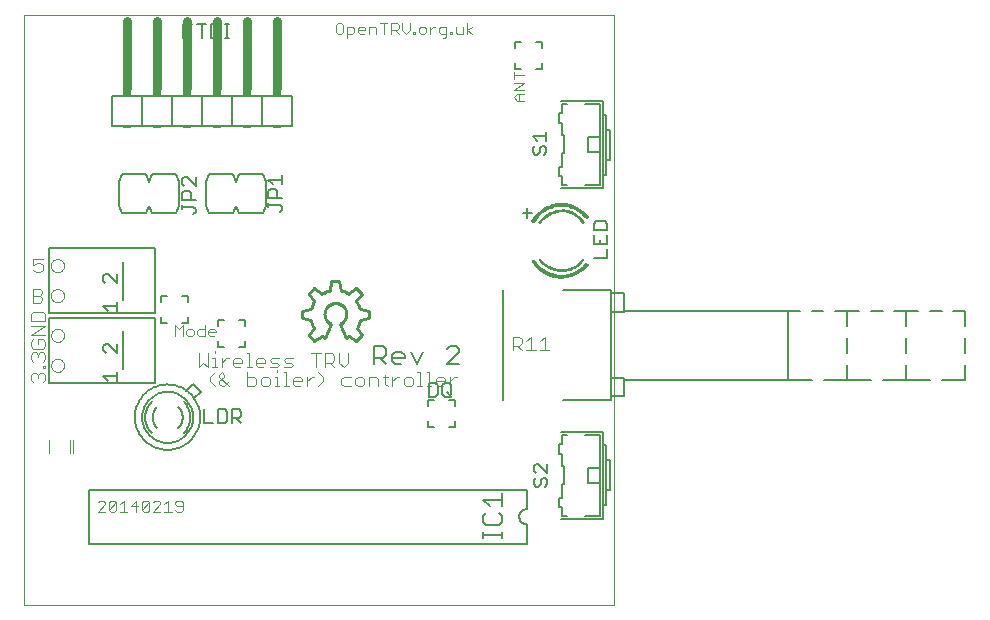
<source format=gto>
G75*
%MOIN*%
%OFA0B0*%
%FSLAX24Y24*%
%IPPOS*%
%LPD*%
%AMOC8*
5,1,8,0,0,1.08239X$1,22.5*
%
%ADD10C,0.0000*%
%ADD11C,0.0040*%
%ADD12C,0.0030*%
%ADD13C,0.0050*%
%ADD14C,0.0060*%
%ADD15C,0.0070*%
%ADD16C,0.0100*%
%ADD17C,0.0006*%
%ADD18C,0.0010*%
%ADD19C,0.0080*%
%ADD20C,0.0300*%
%ADD21R,0.0300X0.0200*%
%ADD22R,0.0300X0.0100*%
D10*
X000350Y000350D02*
X000350Y020035D01*
X020035Y020035D01*
X020035Y000350D01*
X000350Y000350D01*
X001267Y008344D02*
X001269Y008373D01*
X001275Y008401D01*
X001284Y008429D01*
X001297Y008455D01*
X001314Y008478D01*
X001333Y008500D01*
X001355Y008519D01*
X001380Y008534D01*
X001406Y008547D01*
X001434Y008555D01*
X001462Y008560D01*
X001491Y008561D01*
X001520Y008558D01*
X001548Y008551D01*
X001575Y008541D01*
X001601Y008527D01*
X001624Y008510D01*
X001645Y008490D01*
X001663Y008467D01*
X001678Y008442D01*
X001689Y008415D01*
X001697Y008387D01*
X001701Y008358D01*
X001701Y008330D01*
X001697Y008301D01*
X001689Y008273D01*
X001678Y008246D01*
X001663Y008221D01*
X001645Y008198D01*
X001624Y008178D01*
X001601Y008161D01*
X001575Y008147D01*
X001548Y008137D01*
X001520Y008130D01*
X001491Y008127D01*
X001462Y008128D01*
X001434Y008133D01*
X001406Y008141D01*
X001380Y008154D01*
X001355Y008169D01*
X001333Y008188D01*
X001314Y008210D01*
X001297Y008233D01*
X001284Y008259D01*
X001275Y008287D01*
X001269Y008315D01*
X001267Y008344D01*
X001267Y009344D02*
X001269Y009373D01*
X001275Y009401D01*
X001284Y009429D01*
X001297Y009455D01*
X001314Y009478D01*
X001333Y009500D01*
X001355Y009519D01*
X001380Y009534D01*
X001406Y009547D01*
X001434Y009555D01*
X001462Y009560D01*
X001491Y009561D01*
X001520Y009558D01*
X001548Y009551D01*
X001575Y009541D01*
X001601Y009527D01*
X001624Y009510D01*
X001645Y009490D01*
X001663Y009467D01*
X001678Y009442D01*
X001689Y009415D01*
X001697Y009387D01*
X001701Y009358D01*
X001701Y009330D01*
X001697Y009301D01*
X001689Y009273D01*
X001678Y009246D01*
X001663Y009221D01*
X001645Y009198D01*
X001624Y009178D01*
X001601Y009161D01*
X001575Y009147D01*
X001548Y009137D01*
X001520Y009130D01*
X001491Y009127D01*
X001462Y009128D01*
X001434Y009133D01*
X001406Y009141D01*
X001380Y009154D01*
X001355Y009169D01*
X001333Y009188D01*
X001314Y009210D01*
X001297Y009233D01*
X001284Y009259D01*
X001275Y009287D01*
X001269Y009315D01*
X001267Y009344D01*
X001259Y010670D02*
X001261Y010699D01*
X001267Y010727D01*
X001276Y010755D01*
X001289Y010781D01*
X001306Y010804D01*
X001325Y010826D01*
X001347Y010845D01*
X001372Y010860D01*
X001398Y010873D01*
X001426Y010881D01*
X001454Y010886D01*
X001483Y010887D01*
X001512Y010884D01*
X001540Y010877D01*
X001567Y010867D01*
X001593Y010853D01*
X001616Y010836D01*
X001637Y010816D01*
X001655Y010793D01*
X001670Y010768D01*
X001681Y010741D01*
X001689Y010713D01*
X001693Y010684D01*
X001693Y010656D01*
X001689Y010627D01*
X001681Y010599D01*
X001670Y010572D01*
X001655Y010547D01*
X001637Y010524D01*
X001616Y010504D01*
X001593Y010487D01*
X001567Y010473D01*
X001540Y010463D01*
X001512Y010456D01*
X001483Y010453D01*
X001454Y010454D01*
X001426Y010459D01*
X001398Y010467D01*
X001372Y010480D01*
X001347Y010495D01*
X001325Y010514D01*
X001306Y010536D01*
X001289Y010559D01*
X001276Y010585D01*
X001267Y010613D01*
X001261Y010641D01*
X001259Y010670D01*
X001259Y011670D02*
X001261Y011699D01*
X001267Y011727D01*
X001276Y011755D01*
X001289Y011781D01*
X001306Y011804D01*
X001325Y011826D01*
X001347Y011845D01*
X001372Y011860D01*
X001398Y011873D01*
X001426Y011881D01*
X001454Y011886D01*
X001483Y011887D01*
X001512Y011884D01*
X001540Y011877D01*
X001567Y011867D01*
X001593Y011853D01*
X001616Y011836D01*
X001637Y011816D01*
X001655Y011793D01*
X001670Y011768D01*
X001681Y011741D01*
X001689Y011713D01*
X001693Y011684D01*
X001693Y011656D01*
X001689Y011627D01*
X001681Y011599D01*
X001670Y011572D01*
X001655Y011547D01*
X001637Y011524D01*
X001616Y011504D01*
X001593Y011487D01*
X001567Y011473D01*
X001540Y011463D01*
X001512Y011456D01*
X001483Y011453D01*
X001454Y011454D01*
X001426Y011459D01*
X001398Y011467D01*
X001372Y011480D01*
X001347Y011495D01*
X001325Y011514D01*
X001306Y011536D01*
X001289Y011559D01*
X001276Y011585D01*
X001267Y011613D01*
X001261Y011641D01*
X001259Y011670D01*
D11*
X000983Y011675D02*
X000983Y011521D01*
X000906Y011444D01*
X000753Y011444D01*
X000676Y011521D01*
X000676Y011675D02*
X000829Y011751D01*
X000906Y011751D01*
X000983Y011675D01*
X000983Y011905D02*
X000676Y011905D01*
X000676Y011675D01*
X000653Y010894D02*
X000884Y010894D01*
X000960Y010818D01*
X000960Y010741D01*
X000884Y010664D01*
X000653Y010664D01*
X000653Y010434D02*
X000884Y010434D01*
X000960Y010511D01*
X000960Y010588D01*
X000884Y010664D01*
X000653Y010434D02*
X000653Y010894D01*
X000678Y010131D02*
X000601Y010054D01*
X000601Y009824D01*
X001062Y009824D01*
X001062Y010054D01*
X000985Y010131D01*
X000678Y010131D01*
X000601Y009671D02*
X001062Y009671D01*
X000601Y009364D01*
X001062Y009364D01*
X000985Y009210D02*
X000832Y009210D01*
X000832Y009057D01*
X000985Y009210D02*
X001062Y009133D01*
X001062Y008980D01*
X000985Y008903D01*
X000678Y008903D01*
X000601Y008980D01*
X000601Y009133D01*
X000678Y009210D01*
X000676Y008779D02*
X000753Y008779D01*
X000829Y008703D01*
X000906Y008779D01*
X000983Y008779D01*
X001060Y008703D01*
X001060Y008549D01*
X000983Y008472D01*
X000983Y008319D02*
X001060Y008319D01*
X001060Y008242D01*
X000983Y008242D01*
X000983Y008319D01*
X000983Y008089D02*
X000906Y008089D01*
X000829Y008012D01*
X000829Y007935D01*
X000829Y008012D02*
X000753Y008089D01*
X000676Y008089D01*
X000599Y008012D01*
X000599Y007859D01*
X000676Y007782D01*
X000983Y007782D02*
X001060Y007859D01*
X001060Y008012D01*
X000983Y008089D01*
X000676Y008472D02*
X000599Y008549D01*
X000599Y008703D01*
X000676Y008779D01*
X000829Y008703D02*
X000829Y008626D01*
X001188Y005844D02*
X001188Y005411D01*
X001888Y005411D02*
X001888Y005844D01*
X001988Y005844D02*
X001988Y005411D01*
X006184Y008284D02*
X006337Y008437D01*
X006491Y008284D01*
X006491Y008744D01*
X006644Y008591D02*
X006721Y008591D01*
X006721Y008284D01*
X006644Y008284D02*
X006798Y008284D01*
X006951Y008284D02*
X006951Y008591D01*
X006951Y008437D02*
X007105Y008591D01*
X007181Y008591D01*
X007335Y008514D02*
X007412Y008591D01*
X007565Y008591D01*
X007642Y008514D01*
X007642Y008437D01*
X007335Y008437D01*
X007335Y008361D02*
X007335Y008514D01*
X007335Y008361D02*
X007412Y008284D01*
X007565Y008284D01*
X007795Y008284D02*
X007949Y008284D01*
X007872Y008284D02*
X007872Y008744D01*
X007795Y008744D01*
X008102Y008514D02*
X008179Y008591D01*
X008332Y008591D01*
X008409Y008514D01*
X008409Y008437D01*
X008102Y008437D01*
X008102Y008361D02*
X008102Y008514D01*
X008102Y008361D02*
X008179Y008284D01*
X008332Y008284D01*
X008562Y008284D02*
X008793Y008284D01*
X008869Y008361D01*
X008793Y008437D01*
X008639Y008437D01*
X008562Y008514D01*
X008639Y008591D01*
X008869Y008591D01*
X009023Y008514D02*
X009100Y008591D01*
X009330Y008591D01*
X009253Y008437D02*
X009100Y008437D01*
X009023Y008514D01*
X009023Y008284D02*
X009253Y008284D01*
X009330Y008361D01*
X009253Y008437D01*
X009105Y008115D02*
X009105Y007654D01*
X009028Y007654D02*
X009182Y007654D01*
X009335Y007731D02*
X009335Y007885D01*
X009412Y007961D01*
X009565Y007961D01*
X009642Y007885D01*
X009642Y007808D01*
X009335Y007808D01*
X009335Y007731D02*
X009412Y007654D01*
X009565Y007654D01*
X009795Y007654D02*
X009795Y007961D01*
X009795Y007808D02*
X009949Y007961D01*
X010026Y007961D01*
X010179Y008115D02*
X010333Y007961D01*
X010333Y007808D01*
X010179Y007654D01*
X010097Y008284D02*
X010097Y008744D01*
X009944Y008744D02*
X010251Y008744D01*
X010404Y008744D02*
X010634Y008744D01*
X010711Y008668D01*
X010711Y008514D01*
X010634Y008437D01*
X010404Y008437D01*
X010404Y008284D02*
X010404Y008744D01*
X010558Y008437D02*
X010711Y008284D01*
X010864Y008437D02*
X011018Y008284D01*
X011171Y008437D01*
X011171Y008744D01*
X010864Y008744D02*
X010864Y008437D01*
X011023Y007961D02*
X010946Y007885D01*
X010946Y007731D01*
X011023Y007654D01*
X011253Y007654D01*
X011407Y007731D02*
X011483Y007654D01*
X011637Y007654D01*
X011714Y007731D01*
X011714Y007885D01*
X011637Y007961D01*
X011483Y007961D01*
X011407Y007885D01*
X011407Y007731D01*
X011253Y007961D02*
X011023Y007961D01*
X011867Y007961D02*
X011867Y007654D01*
X012174Y007654D02*
X012174Y007885D01*
X012097Y007961D01*
X011867Y007961D01*
X012328Y007961D02*
X012481Y007961D01*
X012404Y008038D02*
X012404Y007731D01*
X012481Y007654D01*
X012634Y007654D02*
X012634Y007961D01*
X012634Y007808D02*
X012788Y007961D01*
X012865Y007961D01*
X013018Y007885D02*
X013018Y007731D01*
X013095Y007654D01*
X013248Y007654D01*
X013325Y007731D01*
X013325Y007885D01*
X013248Y007961D01*
X013095Y007961D01*
X013018Y007885D01*
X013479Y008115D02*
X013555Y008115D01*
X013555Y007654D01*
X013479Y007654D02*
X013632Y007654D01*
X013785Y007654D02*
X013939Y007654D01*
X013862Y007654D02*
X013862Y008115D01*
X013785Y008115D01*
X014092Y007885D02*
X014169Y007961D01*
X014323Y007961D01*
X014399Y007885D01*
X014399Y007808D01*
X014092Y007808D01*
X014092Y007731D02*
X014092Y007885D01*
X014092Y007731D02*
X014169Y007654D01*
X014323Y007654D01*
X014553Y007654D02*
X014553Y007961D01*
X014553Y007808D02*
X014706Y007961D01*
X014783Y007961D01*
X016648Y008844D02*
X016648Y009305D01*
X016878Y009305D01*
X016955Y009228D01*
X016955Y009075D01*
X016878Y008998D01*
X016648Y008998D01*
X016801Y008998D02*
X016955Y008844D01*
X017108Y008844D02*
X017415Y008844D01*
X017262Y008844D02*
X017262Y009305D01*
X017108Y009151D01*
X017569Y009151D02*
X017722Y009305D01*
X017722Y008844D01*
X017569Y008844D02*
X017876Y008844D01*
X009105Y008115D02*
X009028Y008115D01*
X008798Y008115D02*
X008798Y008192D01*
X008798Y007961D02*
X008798Y007654D01*
X008721Y007654D02*
X008875Y007654D01*
X008568Y007731D02*
X008568Y007885D01*
X008491Y007961D01*
X008337Y007961D01*
X008261Y007885D01*
X008261Y007731D01*
X008337Y007654D01*
X008491Y007654D01*
X008568Y007731D01*
X008107Y007731D02*
X008107Y007885D01*
X008031Y007961D01*
X007800Y007961D01*
X007800Y008115D02*
X007800Y007654D01*
X008031Y007654D01*
X008107Y007731D01*
X008721Y007961D02*
X008798Y007961D01*
X007186Y007808D02*
X007033Y007654D01*
X006956Y007654D01*
X006880Y007731D01*
X006880Y007808D01*
X007033Y007961D01*
X007033Y008038D01*
X006956Y008115D01*
X006880Y008038D01*
X006880Y007961D01*
X007186Y007654D01*
X006726Y007654D02*
X006573Y007808D01*
X006573Y007961D01*
X006726Y008115D01*
X006184Y008284D02*
X006184Y008744D01*
X006721Y008744D02*
X006721Y008821D01*
X016689Y017285D02*
X016807Y017403D01*
X017043Y017403D01*
X017043Y017529D02*
X016689Y017529D01*
X017043Y017765D01*
X016689Y017765D01*
X016689Y017892D02*
X016689Y018128D01*
X016689Y018010D02*
X017043Y018010D01*
X016866Y017403D02*
X016866Y017167D01*
X016807Y017167D02*
X016689Y017285D01*
X016807Y017167D02*
X017043Y017167D01*
D12*
X014444Y019331D02*
X014444Y019640D01*
X014258Y019640D01*
X014197Y019578D01*
X014197Y019454D01*
X014258Y019393D01*
X014444Y019393D01*
X014444Y019331D02*
X014382Y019269D01*
X014320Y019269D01*
X014565Y019393D02*
X014627Y019393D01*
X014627Y019454D01*
X014565Y019454D01*
X014565Y019393D01*
X014749Y019454D02*
X014749Y019640D01*
X014749Y019454D02*
X014811Y019393D01*
X014996Y019393D01*
X014996Y019640D01*
X015118Y019763D02*
X015118Y019393D01*
X015118Y019516D02*
X015303Y019640D01*
X015118Y019516D02*
X015303Y019393D01*
X014075Y019640D02*
X014013Y019640D01*
X013890Y019516D01*
X013890Y019393D02*
X013890Y019640D01*
X013768Y019578D02*
X013707Y019640D01*
X013583Y019640D01*
X013522Y019578D01*
X013522Y019454D01*
X013583Y019393D01*
X013707Y019393D01*
X013768Y019454D01*
X013768Y019578D01*
X013399Y019454D02*
X013399Y019393D01*
X013337Y019393D01*
X013337Y019454D01*
X013399Y019454D01*
X013216Y019516D02*
X013216Y019763D01*
X013216Y019516D02*
X013092Y019393D01*
X012969Y019516D01*
X012969Y019763D01*
X012848Y019701D02*
X012848Y019578D01*
X012786Y019516D01*
X012601Y019516D01*
X012724Y019516D02*
X012848Y019393D01*
X012601Y019393D02*
X012601Y019763D01*
X012786Y019763D01*
X012848Y019701D01*
X012479Y019763D02*
X012232Y019763D01*
X012356Y019763D02*
X012356Y019393D01*
X012111Y019393D02*
X012111Y019578D01*
X012049Y019640D01*
X011864Y019640D01*
X011864Y019393D01*
X011743Y019516D02*
X011496Y019516D01*
X011496Y019454D02*
X011496Y019578D01*
X011557Y019640D01*
X011681Y019640D01*
X011743Y019578D01*
X011743Y019516D01*
X011681Y019393D02*
X011557Y019393D01*
X011496Y019454D01*
X011374Y019454D02*
X011313Y019393D01*
X011127Y019393D01*
X011127Y019269D02*
X011127Y019640D01*
X011313Y019640D01*
X011374Y019578D01*
X011374Y019454D01*
X011006Y019454D02*
X011006Y019701D01*
X010944Y019763D01*
X010821Y019763D01*
X010759Y019701D01*
X010759Y019454D01*
X010821Y019393D01*
X010944Y019393D01*
X011006Y019454D01*
X006387Y009688D02*
X006387Y009317D01*
X006202Y009317D01*
X006140Y009379D01*
X006140Y009503D01*
X006202Y009564D01*
X006387Y009564D01*
X006508Y009503D02*
X006570Y009564D01*
X006693Y009564D01*
X006755Y009503D01*
X006755Y009441D01*
X006508Y009441D01*
X006508Y009379D02*
X006508Y009503D01*
X006508Y009379D02*
X006570Y009317D01*
X006693Y009317D01*
X006018Y009379D02*
X006018Y009503D01*
X005957Y009564D01*
X005833Y009564D01*
X005771Y009503D01*
X005771Y009379D01*
X005833Y009317D01*
X005957Y009317D01*
X006018Y009379D01*
X005650Y009317D02*
X005650Y009688D01*
X005527Y009564D01*
X005403Y009688D01*
X005403Y009317D01*
X005464Y003837D02*
X005403Y003775D01*
X005403Y003713D01*
X005464Y003652D01*
X005649Y003652D01*
X005649Y003775D02*
X005649Y003528D01*
X005588Y003466D01*
X005464Y003466D01*
X005403Y003528D01*
X005281Y003466D02*
X005034Y003466D01*
X004913Y003466D02*
X004666Y003466D01*
X004913Y003713D01*
X004913Y003775D01*
X004851Y003837D01*
X004728Y003837D01*
X004666Y003775D01*
X004545Y003775D02*
X004298Y003528D01*
X004359Y003466D01*
X004483Y003466D01*
X004545Y003528D01*
X004545Y003775D01*
X004483Y003837D01*
X004359Y003837D01*
X004298Y003775D01*
X004298Y003528D01*
X004176Y003652D02*
X003929Y003652D01*
X004114Y003837D01*
X004114Y003466D01*
X003808Y003466D02*
X003561Y003466D01*
X003684Y003466D02*
X003684Y003837D01*
X003561Y003713D01*
X003440Y003775D02*
X003193Y003528D01*
X003254Y003466D01*
X003378Y003466D01*
X003440Y003528D01*
X003440Y003775D01*
X003378Y003837D01*
X003254Y003837D01*
X003193Y003775D01*
X003193Y003528D01*
X003071Y003466D02*
X002824Y003466D01*
X003071Y003713D01*
X003071Y003775D01*
X003010Y003837D01*
X002886Y003837D01*
X002824Y003775D01*
X005034Y003713D02*
X005158Y003837D01*
X005158Y003466D01*
X005464Y003837D02*
X005588Y003837D01*
X005649Y003775D01*
D13*
X006370Y006428D02*
X006670Y006428D01*
X006830Y006428D02*
X007055Y006428D01*
X007130Y006503D01*
X007130Y006803D01*
X007055Y006878D01*
X006830Y006878D01*
X006830Y006428D01*
X007291Y006428D02*
X007291Y006878D01*
X007516Y006878D01*
X007591Y006803D01*
X007591Y006653D01*
X007516Y006578D01*
X007291Y006578D01*
X007441Y006578D02*
X007591Y006428D01*
X006370Y006428D02*
X006370Y006878D01*
X003459Y007835D02*
X003459Y008135D01*
X003459Y007985D02*
X003009Y007985D01*
X003159Y007835D01*
X003084Y008769D02*
X003009Y008844D01*
X003009Y008994D01*
X003084Y009069D01*
X003159Y009069D01*
X003459Y008769D01*
X003459Y009069D01*
X003451Y010161D02*
X003451Y010461D01*
X003451Y010311D02*
X003001Y010311D01*
X003151Y010161D01*
X003076Y011095D02*
X003001Y011170D01*
X003001Y011321D01*
X003076Y011396D01*
X003151Y011396D01*
X003451Y011095D01*
X003451Y011396D01*
X006013Y013398D02*
X006088Y013473D01*
X006088Y013548D01*
X006013Y013623D01*
X005637Y013623D01*
X005637Y013548D02*
X005637Y013698D01*
X005637Y013859D02*
X005637Y014084D01*
X005712Y014159D01*
X005863Y014159D01*
X005938Y014084D01*
X005938Y013859D01*
X006088Y013859D02*
X005637Y013859D01*
X005712Y014319D02*
X005637Y014394D01*
X005637Y014544D01*
X005712Y014619D01*
X005788Y014619D01*
X006088Y014319D01*
X006088Y014619D01*
X008508Y014532D02*
X008958Y014532D01*
X008958Y014382D02*
X008958Y014682D01*
X008658Y014382D02*
X008508Y014532D01*
X008583Y014222D02*
X008733Y014222D01*
X008808Y014147D01*
X008808Y013922D01*
X008958Y013922D02*
X008508Y013922D01*
X008508Y014147D01*
X008583Y014222D01*
X008508Y013762D02*
X008508Y013612D01*
X008508Y013687D02*
X008883Y013687D01*
X008958Y013612D01*
X008958Y013536D01*
X008883Y013461D01*
X012034Y009001D02*
X012340Y009001D01*
X012441Y008899D01*
X012441Y008695D01*
X012340Y008594D01*
X012034Y008594D01*
X012238Y008594D02*
X012441Y008390D01*
X012642Y008492D02*
X012642Y008695D01*
X012744Y008797D01*
X012947Y008797D01*
X013049Y008695D01*
X013049Y008594D01*
X012642Y008594D01*
X012642Y008492D02*
X012744Y008390D01*
X012947Y008390D01*
X013453Y008390D02*
X013250Y008797D01*
X013657Y008797D02*
X013453Y008390D01*
X013852Y007755D02*
X014078Y007755D01*
X014153Y007680D01*
X014153Y007379D01*
X014078Y007304D01*
X013852Y007304D01*
X013852Y007755D01*
X014313Y007680D02*
X014388Y007755D01*
X014538Y007755D01*
X014613Y007680D01*
X014613Y007379D01*
X014538Y007304D01*
X014388Y007304D01*
X014313Y007379D01*
X014313Y007680D01*
X014463Y007455D02*
X014613Y007304D01*
X014465Y008390D02*
X014872Y008797D01*
X014872Y008899D01*
X014770Y009001D01*
X014567Y009001D01*
X014465Y008899D01*
X014465Y008390D02*
X014872Y008390D01*
X012034Y008390D02*
X012034Y009001D01*
X017362Y004989D02*
X017362Y004839D01*
X017437Y004764D01*
X017437Y004604D02*
X017362Y004529D01*
X017362Y004379D01*
X017437Y004304D01*
X017512Y004304D01*
X017587Y004379D01*
X017587Y004529D01*
X017662Y004604D01*
X017737Y004604D01*
X017812Y004529D01*
X017812Y004379D01*
X017737Y004304D01*
X017812Y004764D02*
X017512Y005064D01*
X017437Y005064D01*
X017362Y004989D01*
X017812Y005064D02*
X017812Y004764D01*
X019353Y011927D02*
X019803Y011927D01*
X019803Y012227D01*
X019803Y012388D02*
X019803Y012688D01*
X019803Y012848D02*
X019803Y013073D01*
X019728Y013148D01*
X019428Y013148D01*
X019353Y013073D01*
X019353Y012848D01*
X019803Y012848D01*
X019578Y012538D02*
X019578Y012388D01*
X019353Y012388D02*
X019803Y012388D01*
X019353Y012388D02*
X019353Y012688D01*
X017283Y013432D02*
X016993Y013432D01*
X017133Y013582D02*
X017133Y013272D01*
X017399Y015370D02*
X017474Y015370D01*
X017549Y015445D01*
X017549Y015595D01*
X017624Y015670D01*
X017699Y015670D01*
X017775Y015595D01*
X017775Y015445D01*
X017699Y015370D01*
X017399Y015370D02*
X017324Y015445D01*
X017324Y015595D01*
X017399Y015670D01*
X017474Y015830D02*
X017324Y015980D01*
X017775Y015980D01*
X017775Y015830D02*
X017775Y016131D01*
X007207Y019268D02*
X007056Y019268D01*
X007132Y019268D02*
X007132Y019719D01*
X007207Y019719D02*
X007056Y019719D01*
X006896Y019643D02*
X006821Y019719D01*
X006596Y019719D01*
X006596Y019268D01*
X006821Y019268D01*
X006896Y019343D01*
X006896Y019643D01*
X006436Y019719D02*
X006136Y019719D01*
X006286Y019719D02*
X006286Y019268D01*
X005825Y019493D02*
X005675Y019493D01*
X005675Y019268D02*
X005675Y019719D01*
X005976Y019719D01*
D14*
X006304Y017339D02*
X005304Y017339D01*
X004304Y017339D01*
X003304Y017339D01*
X003304Y016339D01*
X004304Y016339D01*
X005304Y016339D01*
X006304Y016339D01*
X007304Y016339D01*
X008304Y016339D01*
X009304Y016339D01*
X009304Y017339D01*
X008304Y017339D01*
X007304Y017339D01*
X006304Y017339D01*
X006304Y016339D01*
X007304Y016339D02*
X007304Y017339D01*
X008304Y017339D02*
X008304Y016339D01*
X008316Y014713D02*
X007516Y014713D01*
X007416Y014463D01*
X007316Y014713D01*
X006516Y014713D01*
X006416Y014463D01*
X006416Y013663D01*
X006516Y013413D01*
X007316Y013413D01*
X007416Y013663D01*
X007516Y013413D01*
X008316Y013413D01*
X008416Y013663D01*
X008416Y014463D01*
X008316Y014713D01*
X005521Y014470D02*
X005521Y013670D01*
X005421Y013420D01*
X004621Y013420D01*
X004521Y013670D01*
X004421Y013420D01*
X003621Y013420D01*
X003521Y013670D01*
X003521Y014470D01*
X003621Y014720D01*
X004421Y014720D01*
X004521Y014470D01*
X004621Y014720D01*
X005421Y014720D01*
X005521Y014470D01*
X005304Y016339D02*
X005304Y017339D01*
X004304Y017339D02*
X004304Y016339D01*
X004726Y012261D02*
X001186Y012261D01*
X001186Y010080D01*
X004726Y010080D01*
X004726Y012261D01*
X003657Y011806D02*
X003657Y010536D01*
X004734Y009934D02*
X001194Y009934D01*
X001194Y007753D01*
X004734Y007753D01*
X004734Y009934D01*
X004932Y009960D02*
X004932Y009760D01*
X005132Y009760D01*
X005632Y009760D02*
X005832Y009760D01*
X005832Y009960D01*
X005832Y010460D02*
X005832Y010660D01*
X005632Y010660D01*
X005132Y010660D02*
X004932Y010660D01*
X004932Y010460D01*
X003666Y009480D02*
X003666Y008210D01*
X005775Y007502D02*
X006009Y007735D01*
X006270Y007474D01*
X006044Y007247D01*
X004303Y006611D02*
X004305Y006669D01*
X004311Y006727D01*
X004321Y006784D01*
X004335Y006840D01*
X004352Y006896D01*
X004373Y006950D01*
X004398Y007002D01*
X004427Y007053D01*
X004459Y007101D01*
X004494Y007147D01*
X004532Y007191D01*
X004573Y007232D01*
X004617Y007270D01*
X004663Y007305D01*
X004711Y007337D01*
X004762Y007366D01*
X004814Y007391D01*
X004868Y007412D01*
X004924Y007429D01*
X004980Y007443D01*
X005037Y007453D01*
X005095Y007459D01*
X005153Y007461D01*
X005211Y007459D01*
X005269Y007453D01*
X005326Y007443D01*
X005382Y007429D01*
X005438Y007412D01*
X005492Y007391D01*
X005544Y007366D01*
X005595Y007337D01*
X005643Y007305D01*
X005689Y007270D01*
X005733Y007232D01*
X005774Y007191D01*
X005812Y007147D01*
X005847Y007101D01*
X005879Y007053D01*
X005908Y007002D01*
X005933Y006950D01*
X005954Y006896D01*
X005971Y006840D01*
X005985Y006784D01*
X005995Y006727D01*
X006001Y006669D01*
X006003Y006611D01*
X006001Y006553D01*
X005995Y006495D01*
X005985Y006438D01*
X005971Y006382D01*
X005954Y006326D01*
X005933Y006272D01*
X005908Y006220D01*
X005879Y006169D01*
X005847Y006121D01*
X005812Y006075D01*
X005774Y006031D01*
X005733Y005990D01*
X005689Y005952D01*
X005643Y005917D01*
X005595Y005885D01*
X005544Y005856D01*
X005492Y005831D01*
X005438Y005810D01*
X005382Y005793D01*
X005326Y005779D01*
X005269Y005769D01*
X005211Y005763D01*
X005153Y005761D01*
X005095Y005763D01*
X005037Y005769D01*
X004980Y005779D01*
X004924Y005793D01*
X004868Y005810D01*
X004814Y005831D01*
X004762Y005856D01*
X004711Y005885D01*
X004663Y005917D01*
X004617Y005952D01*
X004573Y005990D01*
X004532Y006031D01*
X004494Y006075D01*
X004459Y006121D01*
X004427Y006169D01*
X004398Y006220D01*
X004373Y006272D01*
X004352Y006326D01*
X004335Y006382D01*
X004321Y006438D01*
X004311Y006495D01*
X004305Y006553D01*
X004303Y006611D01*
X004056Y006618D02*
X004058Y006684D01*
X004064Y006749D01*
X004074Y006814D01*
X004088Y006879D01*
X004105Y006942D01*
X004127Y007005D01*
X004152Y007065D01*
X004181Y007125D01*
X004213Y007182D01*
X004249Y007237D01*
X004288Y007290D01*
X004330Y007341D01*
X004375Y007389D01*
X004423Y007434D01*
X004474Y007476D01*
X004527Y007515D01*
X004582Y007551D01*
X004639Y007583D01*
X004699Y007612D01*
X004759Y007637D01*
X004822Y007659D01*
X004885Y007676D01*
X004950Y007690D01*
X005015Y007700D01*
X005080Y007706D01*
X005146Y007708D01*
X005212Y007706D01*
X005277Y007700D01*
X005342Y007690D01*
X005407Y007676D01*
X005470Y007659D01*
X005533Y007637D01*
X005593Y007612D01*
X005653Y007583D01*
X005710Y007551D01*
X005765Y007515D01*
X005818Y007476D01*
X005869Y007434D01*
X005917Y007389D01*
X005962Y007341D01*
X006004Y007290D01*
X006043Y007237D01*
X006079Y007182D01*
X006111Y007125D01*
X006140Y007065D01*
X006165Y007005D01*
X006187Y006942D01*
X006204Y006879D01*
X006218Y006814D01*
X006228Y006749D01*
X006234Y006684D01*
X006236Y006618D01*
X006234Y006552D01*
X006228Y006487D01*
X006218Y006422D01*
X006204Y006357D01*
X006187Y006294D01*
X006165Y006231D01*
X006140Y006171D01*
X006111Y006111D01*
X006079Y006054D01*
X006043Y005999D01*
X006004Y005946D01*
X005962Y005895D01*
X005917Y005847D01*
X005869Y005802D01*
X005818Y005760D01*
X005765Y005721D01*
X005710Y005685D01*
X005653Y005653D01*
X005593Y005624D01*
X005533Y005599D01*
X005470Y005577D01*
X005407Y005560D01*
X005342Y005546D01*
X005277Y005536D01*
X005212Y005530D01*
X005146Y005528D01*
X005080Y005530D01*
X005015Y005536D01*
X004950Y005546D01*
X004885Y005560D01*
X004822Y005577D01*
X004759Y005599D01*
X004699Y005624D01*
X004639Y005653D01*
X004582Y005685D01*
X004527Y005721D01*
X004474Y005760D01*
X004423Y005802D01*
X004375Y005847D01*
X004330Y005895D01*
X004288Y005946D01*
X004249Y005999D01*
X004213Y006054D01*
X004181Y006111D01*
X004152Y006171D01*
X004127Y006231D01*
X004105Y006294D01*
X004088Y006357D01*
X004074Y006422D01*
X004064Y006487D01*
X004058Y006552D01*
X004056Y006618D01*
X004623Y007141D02*
X004586Y007102D01*
X004553Y007060D01*
X004522Y007016D01*
X004495Y006970D01*
X004471Y006923D01*
X004450Y006873D01*
X004433Y006822D01*
X004420Y006770D01*
X004411Y006718D01*
X004405Y006665D01*
X004403Y006611D01*
X004405Y006557D01*
X004411Y006504D01*
X004420Y006452D01*
X004433Y006400D01*
X004450Y006349D01*
X004471Y006299D01*
X004495Y006252D01*
X004522Y006206D01*
X004553Y006162D01*
X004586Y006120D01*
X004623Y006081D01*
X004799Y006257D02*
X004770Y006290D01*
X004743Y006324D01*
X004720Y006361D01*
X004700Y006400D01*
X004683Y006440D01*
X004670Y006482D01*
X004661Y006524D01*
X004655Y006567D01*
X004653Y006611D01*
X004655Y006655D01*
X004661Y006698D01*
X004670Y006740D01*
X004683Y006782D01*
X004700Y006822D01*
X004720Y006861D01*
X004743Y006898D01*
X004770Y006932D01*
X004799Y006965D01*
X005507Y006965D02*
X005536Y006932D01*
X005563Y006898D01*
X005586Y006861D01*
X005606Y006822D01*
X005623Y006782D01*
X005636Y006740D01*
X005645Y006698D01*
X005651Y006655D01*
X005653Y006611D01*
X005651Y006567D01*
X005645Y006524D01*
X005636Y006482D01*
X005623Y006440D01*
X005606Y006400D01*
X005586Y006361D01*
X005563Y006324D01*
X005536Y006290D01*
X005507Y006257D01*
X005683Y006081D02*
X005720Y006120D01*
X005753Y006162D01*
X005784Y006206D01*
X005811Y006252D01*
X005835Y006299D01*
X005856Y006349D01*
X005873Y006400D01*
X005886Y006452D01*
X005895Y006504D01*
X005901Y006557D01*
X005903Y006611D01*
X005901Y006665D01*
X005895Y006718D01*
X005886Y006770D01*
X005873Y006822D01*
X005856Y006873D01*
X005835Y006923D01*
X005811Y006970D01*
X005784Y007016D01*
X005753Y007060D01*
X005720Y007102D01*
X005683Y007141D01*
X006830Y008972D02*
X006830Y009172D01*
X006830Y008972D02*
X007030Y008972D01*
X007530Y008972D02*
X007730Y008972D01*
X007730Y009172D01*
X007730Y009672D02*
X007730Y009872D01*
X007530Y009872D01*
X007030Y009872D02*
X006830Y009872D01*
X006830Y009672D01*
X013827Y007179D02*
X013827Y006979D01*
X013827Y007179D02*
X014027Y007179D01*
X014527Y007179D02*
X014727Y007179D01*
X014727Y006979D01*
X014727Y006479D02*
X014727Y006279D01*
X014527Y006279D01*
X014027Y006279D02*
X013827Y006279D01*
X013827Y006479D01*
X017117Y004205D02*
X002517Y004205D01*
X002517Y002405D01*
X017117Y002405D01*
X017117Y003055D01*
X017087Y003057D01*
X017057Y003062D01*
X017028Y003071D01*
X017001Y003084D01*
X016975Y003099D01*
X016951Y003118D01*
X016930Y003139D01*
X016911Y003163D01*
X016896Y003189D01*
X016883Y003216D01*
X016874Y003245D01*
X016869Y003275D01*
X016867Y003305D01*
X016869Y003335D01*
X016874Y003365D01*
X016883Y003394D01*
X016896Y003421D01*
X016911Y003447D01*
X016930Y003471D01*
X016951Y003492D01*
X016975Y003511D01*
X017001Y003526D01*
X017028Y003539D01*
X017057Y003548D01*
X017087Y003553D01*
X017117Y003555D01*
X017117Y004205D01*
X018189Y003939D02*
X018189Y003639D01*
X018289Y003639D01*
X018287Y003328D01*
X018463Y003331D01*
X018263Y003231D02*
X019663Y003231D01*
X019663Y005681D01*
X019763Y005681D01*
X019763Y005181D01*
X019913Y005181D01*
X019913Y004181D01*
X019763Y004181D01*
X019763Y005181D01*
X019563Y004931D02*
X019163Y004931D01*
X019163Y004431D01*
X019563Y004431D01*
X019563Y004931D01*
X019563Y006031D01*
X019063Y006031D01*
X018463Y006031D02*
X018292Y006028D01*
X018289Y005739D01*
X018189Y005739D01*
X018189Y005389D01*
X018289Y005389D01*
X018289Y004989D01*
X018366Y004990D01*
X018366Y004390D01*
X018289Y004389D01*
X018289Y003939D01*
X018189Y003939D01*
X019063Y003331D02*
X019563Y003331D01*
X019563Y004431D01*
X019763Y004181D02*
X019763Y003681D01*
X019663Y003681D01*
X019663Y005681D02*
X019663Y006131D01*
X018263Y006131D01*
X018263Y014254D02*
X019663Y014254D01*
X019663Y016704D01*
X019763Y016704D01*
X019763Y016204D01*
X019913Y016204D01*
X019913Y015204D01*
X019763Y015204D01*
X019763Y016204D01*
X019563Y015954D02*
X019163Y015954D01*
X019163Y015454D01*
X019563Y015454D01*
X019563Y015954D01*
X019563Y017054D01*
X019063Y017054D01*
X018463Y017054D02*
X018292Y017052D01*
X018289Y016763D01*
X018189Y016763D01*
X018189Y016413D01*
X018289Y016413D01*
X018289Y016013D01*
X018366Y016014D01*
X018366Y015414D01*
X018289Y015413D01*
X018289Y014963D01*
X018189Y014963D01*
X018189Y014663D01*
X018289Y014663D01*
X018287Y014352D01*
X018463Y014354D01*
X019063Y014354D02*
X019563Y014354D01*
X019563Y015454D01*
X019763Y015204D02*
X019763Y014704D01*
X019663Y014704D01*
X019663Y016704D02*
X019663Y017154D01*
X018263Y017154D01*
X017618Y018216D02*
X017418Y018216D01*
X017618Y018216D02*
X017618Y018416D01*
X017618Y018916D02*
X017618Y019116D01*
X017418Y019116D01*
X016918Y019116D02*
X016718Y019116D01*
X016718Y018916D01*
X016718Y018416D02*
X016718Y018216D01*
X016918Y018216D01*
D15*
X016304Y004076D02*
X016304Y003656D01*
X016304Y003866D02*
X015674Y003866D01*
X015884Y003656D01*
X015779Y003432D02*
X015674Y003327D01*
X015674Y003117D01*
X015779Y003012D01*
X016199Y003012D01*
X016304Y003117D01*
X016304Y003327D01*
X016199Y003432D01*
X016304Y002792D02*
X016304Y002582D01*
X016304Y002687D02*
X015674Y002687D01*
X015674Y002582D02*
X015674Y002792D01*
D16*
X011437Y009159D02*
X011197Y009329D01*
X011097Y009269D01*
X010907Y009719D01*
X010587Y009719D02*
X010387Y009269D01*
X010287Y009329D01*
X010047Y009159D01*
X009867Y009349D01*
X010027Y009589D01*
X009927Y009859D02*
X009627Y009909D01*
X009627Y010169D01*
X009927Y010229D01*
X010037Y010479D02*
X009857Y010739D01*
X010047Y010919D01*
X010307Y010739D01*
X010557Y010839D02*
X010607Y011159D01*
X010877Y011159D01*
X010927Y010839D01*
X011177Y010739D02*
X011437Y010919D01*
X011627Y010739D01*
X011447Y010479D01*
X011557Y010229D02*
X011857Y010169D01*
X011857Y009909D01*
X011557Y009859D01*
X011457Y009589D02*
X011627Y009349D01*
X011437Y009159D01*
X011458Y009589D02*
X011481Y009630D01*
X011502Y009673D01*
X011520Y009718D01*
X011535Y009763D01*
X011548Y009809D01*
X011558Y009856D01*
X011556Y010230D02*
X011541Y010282D01*
X011522Y010333D01*
X011500Y010383D01*
X011475Y010431D01*
X011446Y010478D01*
X010907Y009729D02*
X010940Y009747D01*
X010970Y009768D01*
X010999Y009792D01*
X011025Y009819D01*
X011047Y009848D01*
X011067Y009880D01*
X011084Y009913D01*
X011097Y009948D01*
X011106Y009984D01*
X011112Y010021D01*
X011114Y010058D01*
X011112Y010095D01*
X011107Y010132D01*
X011097Y010168D01*
X011085Y010203D01*
X011068Y010237D01*
X011049Y010268D01*
X011026Y010298D01*
X011000Y010325D01*
X010972Y010349D01*
X010941Y010370D01*
X010909Y010388D01*
X010875Y010403D01*
X010839Y010414D01*
X010803Y010422D01*
X010766Y010426D01*
X010728Y010426D01*
X010691Y010422D01*
X010655Y010414D01*
X010619Y010403D01*
X010585Y010388D01*
X010553Y010370D01*
X010522Y010349D01*
X010494Y010325D01*
X010468Y010298D01*
X010445Y010268D01*
X010426Y010237D01*
X010409Y010203D01*
X010397Y010168D01*
X010387Y010132D01*
X010382Y010095D01*
X010380Y010058D01*
X010382Y010021D01*
X010388Y009984D01*
X010397Y009948D01*
X010410Y009913D01*
X010427Y009880D01*
X010447Y009848D01*
X010469Y009819D01*
X010495Y009792D01*
X010524Y009768D01*
X010554Y009747D01*
X010587Y009729D01*
X010031Y009592D02*
X010003Y009642D01*
X009979Y009694D01*
X009958Y009747D01*
X009941Y009802D01*
X009928Y009858D01*
X010311Y010743D02*
X010356Y010768D01*
X010403Y010791D01*
X010451Y010810D01*
X010500Y010827D01*
X010550Y010840D01*
X010038Y010475D02*
X010011Y010428D01*
X009987Y010381D01*
X009966Y010332D01*
X009948Y010281D01*
X009934Y010230D01*
X010932Y010842D02*
X010984Y010828D01*
X011035Y010811D01*
X011085Y010791D01*
X011134Y010768D01*
X011181Y010741D01*
D17*
X018349Y011497D02*
X018346Y011551D01*
X018346Y011550D02*
X018402Y011556D01*
X018458Y011565D01*
X018512Y011578D01*
X018566Y011595D01*
X018619Y011615D01*
X018669Y011639D01*
X018719Y011667D01*
X018766Y011697D01*
X018811Y011731D01*
X018853Y011769D01*
X018893Y011808D01*
X018929Y011851D01*
X018963Y011896D01*
X019007Y011866D01*
X019008Y011865D01*
X018974Y011821D01*
X018938Y011778D01*
X018899Y011738D01*
X018858Y011701D01*
X018814Y011666D01*
X018768Y011634D01*
X018721Y011605D01*
X018671Y011580D01*
X018620Y011557D01*
X018568Y011538D01*
X018514Y011522D01*
X018460Y011510D01*
X018405Y011502D01*
X018349Y011497D01*
X018349Y011502D01*
X018404Y011507D01*
X018459Y011515D01*
X018513Y011527D01*
X018566Y011543D01*
X018618Y011562D01*
X018669Y011584D01*
X018718Y011610D01*
X018766Y011638D01*
X018811Y011670D01*
X018855Y011704D01*
X018896Y011742D01*
X018934Y011781D01*
X018970Y011824D01*
X019003Y011868D01*
X018999Y011871D01*
X018966Y011827D01*
X018931Y011785D01*
X018892Y011745D01*
X018851Y011708D01*
X018808Y011674D01*
X018763Y011642D01*
X018716Y011614D01*
X018667Y011589D01*
X018616Y011566D01*
X018565Y011548D01*
X018512Y011532D01*
X018458Y011520D01*
X018403Y011512D01*
X018349Y011506D01*
X018348Y011511D01*
X018403Y011516D01*
X018457Y011525D01*
X018510Y011537D01*
X018563Y011552D01*
X018615Y011571D01*
X018665Y011593D01*
X018713Y011618D01*
X018760Y011647D01*
X018805Y011678D01*
X018848Y011712D01*
X018889Y011749D01*
X018927Y011788D01*
X018962Y011830D01*
X018995Y011874D01*
X018991Y011877D01*
X018959Y011833D01*
X018923Y011792D01*
X018885Y011752D01*
X018845Y011716D01*
X018802Y011682D01*
X018758Y011651D01*
X018711Y011623D01*
X018663Y011598D01*
X018613Y011576D01*
X018561Y011557D01*
X018509Y011542D01*
X018456Y011530D01*
X018402Y011521D01*
X018348Y011516D01*
X018348Y011521D01*
X018402Y011526D01*
X018455Y011535D01*
X018508Y011547D01*
X018560Y011562D01*
X018611Y011580D01*
X018660Y011602D01*
X018708Y011627D01*
X018755Y011655D01*
X018799Y011686D01*
X018842Y011720D01*
X018882Y011756D01*
X018920Y011795D01*
X018955Y011836D01*
X018987Y011880D01*
X018983Y011882D01*
X018951Y011839D01*
X018916Y011798D01*
X018878Y011760D01*
X018838Y011723D01*
X018796Y011690D01*
X018752Y011659D01*
X018706Y011631D01*
X018658Y011607D01*
X018609Y011585D01*
X018558Y011567D01*
X018507Y011552D01*
X018454Y011540D01*
X018401Y011531D01*
X018347Y011526D01*
X018347Y011531D01*
X018400Y011536D01*
X018453Y011545D01*
X018505Y011556D01*
X018557Y011571D01*
X018607Y011590D01*
X018656Y011611D01*
X018704Y011636D01*
X018749Y011663D01*
X018793Y011694D01*
X018835Y011727D01*
X018875Y011763D01*
X018912Y011802D01*
X018947Y011842D01*
X018979Y011885D01*
X018975Y011888D01*
X018943Y011845D01*
X018908Y011805D01*
X018871Y011767D01*
X018832Y011731D01*
X018790Y011698D01*
X018747Y011668D01*
X018701Y011640D01*
X018654Y011616D01*
X018605Y011594D01*
X018555Y011576D01*
X018504Y011561D01*
X018452Y011550D01*
X018400Y011541D01*
X018347Y011536D01*
X018347Y011541D01*
X018403Y011547D01*
X018459Y011556D01*
X018515Y011569D01*
X018569Y011586D01*
X018622Y011607D01*
X018674Y011631D01*
X018723Y011659D01*
X018771Y011690D01*
X018816Y011725D01*
X018859Y011762D01*
X018899Y011802D01*
X018936Y011845D01*
X018971Y011891D01*
X018966Y011894D01*
X018933Y011849D01*
X018896Y011806D01*
X018856Y011766D01*
X018813Y011728D01*
X018768Y011694D01*
X018721Y011663D01*
X018671Y011636D01*
X018620Y011611D01*
X018567Y011591D01*
X018513Y011574D01*
X018458Y011561D01*
X018403Y011552D01*
X018346Y011546D01*
X018324Y013540D02*
X018325Y013486D01*
X018324Y013487D02*
X018265Y013485D01*
X018206Y013479D01*
X018147Y013469D01*
X018089Y013456D01*
X018032Y013439D01*
X017976Y013419D01*
X017922Y013395D01*
X017869Y013368D01*
X017817Y013338D01*
X017768Y013305D01*
X017721Y013269D01*
X017676Y013230D01*
X017634Y013188D01*
X017594Y013144D01*
X017557Y013098D01*
X017514Y013129D01*
X017514Y013130D01*
X017553Y013179D01*
X017595Y013225D01*
X017639Y013269D01*
X017687Y013311D01*
X017736Y013349D01*
X017789Y013384D01*
X017843Y013416D01*
X017899Y013444D01*
X017956Y013469D01*
X018015Y013490D01*
X018076Y013508D01*
X018137Y013522D01*
X018199Y013532D01*
X018261Y013538D01*
X018324Y013541D01*
X018324Y013536D01*
X018261Y013533D01*
X018199Y013527D01*
X018138Y013517D01*
X018077Y013503D01*
X018017Y013486D01*
X017958Y013464D01*
X017901Y013440D01*
X017845Y013411D01*
X017791Y013380D01*
X017739Y013345D01*
X017690Y013307D01*
X017643Y013266D01*
X017598Y013222D01*
X017556Y013176D01*
X017518Y013127D01*
X017522Y013124D01*
X017560Y013172D01*
X017602Y013219D01*
X017646Y013262D01*
X017693Y013303D01*
X017742Y013341D01*
X017794Y013375D01*
X017847Y013407D01*
X017903Y013435D01*
X017960Y013460D01*
X018018Y013481D01*
X018078Y013498D01*
X018139Y013512D01*
X018200Y013522D01*
X018262Y013528D01*
X018324Y013531D01*
X018324Y013526D01*
X018262Y013524D01*
X018201Y013517D01*
X018140Y013507D01*
X018079Y013494D01*
X018020Y013476D01*
X017962Y013455D01*
X017905Y013431D01*
X017850Y013403D01*
X017797Y013371D01*
X017745Y013337D01*
X017696Y013299D01*
X017649Y013258D01*
X017605Y013215D01*
X017564Y013169D01*
X017526Y013121D01*
X017530Y013118D01*
X017568Y013166D01*
X017609Y013212D01*
X017653Y013255D01*
X017699Y013295D01*
X017748Y013333D01*
X017799Y013367D01*
X017852Y013398D01*
X017907Y013426D01*
X017964Y013450D01*
X018021Y013471D01*
X018081Y013489D01*
X018141Y013502D01*
X018201Y013512D01*
X018262Y013519D01*
X018324Y013521D01*
X018324Y013516D01*
X018263Y013514D01*
X018202Y013507D01*
X018141Y013497D01*
X018082Y013484D01*
X018023Y013467D01*
X017965Y013446D01*
X017909Y013421D01*
X017855Y013394D01*
X017802Y013363D01*
X017751Y013329D01*
X017703Y013291D01*
X017656Y013251D01*
X017613Y013208D01*
X017572Y013163D01*
X017534Y013115D01*
X017538Y013112D01*
X017576Y013160D01*
X017616Y013205D01*
X017660Y013248D01*
X017706Y013287D01*
X017754Y013325D01*
X017805Y013359D01*
X017857Y013389D01*
X017911Y013417D01*
X017967Y013441D01*
X018025Y013462D01*
X018083Y013479D01*
X018142Y013493D01*
X018203Y013502D01*
X018263Y013509D01*
X018324Y013511D01*
X018324Y013506D01*
X018263Y013504D01*
X018203Y013497D01*
X018143Y013488D01*
X018084Y013474D01*
X018026Y013457D01*
X017969Y013436D01*
X017914Y013412D01*
X017859Y013385D01*
X017807Y013354D01*
X017757Y013320D01*
X017709Y013284D01*
X017663Y013244D01*
X017620Y013201D01*
X017579Y013156D01*
X017542Y013109D01*
X017546Y013106D01*
X017583Y013153D01*
X017623Y013198D01*
X017666Y013240D01*
X017712Y013280D01*
X017760Y013316D01*
X017810Y013350D01*
X017862Y013381D01*
X017916Y013408D01*
X017971Y013432D01*
X018028Y013452D01*
X018086Y013469D01*
X018144Y013483D01*
X018204Y013492D01*
X018264Y013499D01*
X018324Y013501D01*
X018324Y013496D01*
X018264Y013494D01*
X018204Y013488D01*
X018145Y013478D01*
X018087Y013464D01*
X018029Y013448D01*
X017973Y013427D01*
X017918Y013403D01*
X017864Y013376D01*
X017813Y013346D01*
X017763Y013312D01*
X017715Y013276D01*
X017670Y013237D01*
X017627Y013194D01*
X017587Y013150D01*
X017550Y013103D01*
X017554Y013100D01*
X017591Y013147D01*
X017631Y013191D01*
X017673Y013233D01*
X017718Y013272D01*
X017766Y013308D01*
X017815Y013342D01*
X017867Y013372D01*
X017920Y013399D01*
X017975Y013423D01*
X018031Y013443D01*
X018088Y013460D01*
X018146Y013473D01*
X018205Y013483D01*
X018265Y013489D01*
X018324Y013491D01*
X019023Y013116D02*
X018977Y013088D01*
X018977Y013089D02*
X018946Y013136D01*
X018912Y013181D01*
X018875Y013223D01*
X018835Y013263D01*
X018793Y013301D01*
X018748Y013335D01*
X018701Y013366D01*
X018652Y013394D01*
X018601Y013418D01*
X018548Y013440D01*
X018495Y013457D01*
X018440Y013471D01*
X018384Y013481D01*
X018328Y013487D01*
X018332Y013541D01*
X018388Y013535D01*
X018443Y013525D01*
X018498Y013512D01*
X018552Y013496D01*
X018604Y013476D01*
X018655Y013453D01*
X018705Y013426D01*
X018753Y013397D01*
X018798Y013365D01*
X018842Y013330D01*
X018884Y013292D01*
X018923Y013251D01*
X018959Y013209D01*
X018993Y013164D01*
X019023Y013117D01*
X019019Y013114D01*
X018989Y013161D01*
X018955Y013206D01*
X018919Y013248D01*
X018880Y013288D01*
X018839Y013326D01*
X018795Y013361D01*
X018750Y013393D01*
X018702Y013422D01*
X018653Y013448D01*
X018602Y013471D01*
X018550Y013491D01*
X018497Y013507D01*
X018442Y013520D01*
X018387Y013530D01*
X018332Y013536D01*
X018332Y013531D01*
X018387Y013525D01*
X018441Y013516D01*
X018495Y013503D01*
X018548Y013486D01*
X018600Y013467D01*
X018651Y013444D01*
X018700Y013418D01*
X018747Y013389D01*
X018792Y013357D01*
X018836Y013322D01*
X018877Y013285D01*
X018915Y013245D01*
X018951Y013202D01*
X018984Y013158D01*
X019015Y013112D01*
X019011Y013109D01*
X018980Y013155D01*
X018947Y013199D01*
X018912Y013241D01*
X018873Y013281D01*
X018832Y013318D01*
X018789Y013353D01*
X018744Y013384D01*
X018697Y013413D01*
X018649Y013439D01*
X018598Y013462D01*
X018547Y013481D01*
X018494Y013498D01*
X018440Y013511D01*
X018386Y013520D01*
X018331Y013526D01*
X018331Y013521D01*
X018389Y013515D01*
X018447Y013504D01*
X018504Y013490D01*
X018560Y013472D01*
X018614Y013450D01*
X018667Y013424D01*
X018718Y013395D01*
X018767Y013363D01*
X018814Y013327D01*
X018858Y013288D01*
X018900Y013247D01*
X018938Y013202D01*
X018974Y013155D01*
X019006Y013106D01*
X019002Y013104D01*
X018970Y013153D01*
X018935Y013199D01*
X018896Y013243D01*
X018855Y013285D01*
X018811Y013323D01*
X018765Y013358D01*
X018716Y013391D01*
X018665Y013420D01*
X018612Y013445D01*
X018558Y013467D01*
X018503Y013485D01*
X018446Y013499D01*
X018389Y013510D01*
X018330Y013516D01*
X018330Y013511D01*
X018388Y013505D01*
X018445Y013494D01*
X018501Y013480D01*
X018557Y013462D01*
X018610Y013440D01*
X018663Y013415D01*
X018713Y013386D01*
X018762Y013354D01*
X018808Y013319D01*
X018852Y013281D01*
X018893Y013240D01*
X018931Y013196D01*
X018966Y013150D01*
X018998Y013101D01*
X018993Y013099D01*
X018962Y013147D01*
X018927Y013193D01*
X018889Y013236D01*
X018848Y013277D01*
X018805Y013315D01*
X018759Y013350D01*
X018711Y013382D01*
X018660Y013411D01*
X018608Y013436D01*
X018555Y013457D01*
X018500Y013475D01*
X018444Y013489D01*
X018387Y013500D01*
X018330Y013506D01*
X018329Y013501D01*
X018386Y013495D01*
X018443Y013485D01*
X018499Y013471D01*
X018553Y013453D01*
X018606Y013431D01*
X018658Y013406D01*
X018708Y013378D01*
X018756Y013346D01*
X018801Y013311D01*
X018845Y013274D01*
X018885Y013233D01*
X018923Y013190D01*
X018958Y013144D01*
X018989Y013096D01*
X018985Y013093D01*
X018954Y013141D01*
X018919Y013187D01*
X018882Y013230D01*
X018841Y013270D01*
X018798Y013308D01*
X018753Y013342D01*
X018705Y013374D01*
X018656Y013402D01*
X018604Y013427D01*
X018551Y013448D01*
X018497Y013466D01*
X018442Y013480D01*
X018386Y013490D01*
X018329Y013496D01*
X018329Y013491D01*
X018385Y013485D01*
X018441Y013475D01*
X018496Y013461D01*
X018550Y013443D01*
X018602Y013422D01*
X018653Y013397D01*
X018703Y013369D01*
X018750Y013338D01*
X018795Y013304D01*
X018838Y013266D01*
X018878Y013226D01*
X018915Y013183D01*
X018949Y013138D01*
X018981Y013091D01*
X017522Y011864D02*
X017563Y011899D01*
X017563Y011898D02*
X017602Y011854D01*
X017644Y011813D01*
X017688Y011774D01*
X017734Y011738D01*
X017783Y011705D01*
X017833Y011674D01*
X017885Y011647D01*
X017939Y011623D01*
X017994Y011603D01*
X018050Y011585D01*
X018107Y011571D01*
X018165Y011561D01*
X018223Y011554D01*
X018282Y011550D01*
X018341Y011550D01*
X018342Y011497D01*
X018343Y011497D01*
X018281Y011496D01*
X018219Y011500D01*
X018157Y011507D01*
X018096Y011518D01*
X018036Y011533D01*
X017976Y011552D01*
X017918Y011573D01*
X017862Y011599D01*
X017807Y011627D01*
X017753Y011659D01*
X017702Y011694D01*
X017653Y011733D01*
X017607Y011774D01*
X017563Y011817D01*
X017521Y011864D01*
X017525Y011867D01*
X017566Y011821D01*
X017610Y011777D01*
X017656Y011736D01*
X017705Y011698D01*
X017756Y011664D01*
X017809Y011632D01*
X017864Y011603D01*
X017920Y011578D01*
X017978Y011556D01*
X018037Y011538D01*
X018097Y011523D01*
X018158Y011512D01*
X018219Y011505D01*
X018281Y011501D01*
X018343Y011502D01*
X018342Y011507D01*
X018281Y011506D01*
X018220Y011510D01*
X018159Y011517D01*
X018098Y011528D01*
X018038Y011543D01*
X017980Y011561D01*
X017922Y011583D01*
X017866Y011608D01*
X017812Y011636D01*
X017759Y011668D01*
X017708Y011702D01*
X017660Y011740D01*
X017613Y011781D01*
X017570Y011824D01*
X017529Y011870D01*
X017533Y011873D01*
X017574Y011828D01*
X017617Y011784D01*
X017663Y011744D01*
X017711Y011707D01*
X017762Y011672D01*
X017814Y011640D01*
X017868Y011612D01*
X017924Y011587D01*
X017981Y011566D01*
X018040Y011548D01*
X018099Y011533D01*
X018159Y011522D01*
X018220Y011515D01*
X018281Y011511D01*
X018342Y011512D01*
X018342Y011517D01*
X018281Y011516D01*
X018220Y011520D01*
X018160Y011527D01*
X018100Y011538D01*
X018041Y011552D01*
X017983Y011570D01*
X017926Y011592D01*
X017870Y011617D01*
X017816Y011645D01*
X017764Y011676D01*
X017714Y011711D01*
X017666Y011748D01*
X017620Y011788D01*
X017577Y011831D01*
X017537Y011876D01*
X017540Y011880D01*
X017581Y011834D01*
X017624Y011792D01*
X017669Y011752D01*
X017717Y011715D01*
X017767Y011680D01*
X017819Y011649D01*
X017873Y011621D01*
X017928Y011597D01*
X017984Y011575D01*
X018042Y011557D01*
X018101Y011543D01*
X018161Y011532D01*
X018221Y011525D01*
X018281Y011521D01*
X018342Y011522D01*
X018342Y011527D01*
X018281Y011526D01*
X018221Y011530D01*
X018161Y011537D01*
X018102Y011548D01*
X018044Y011562D01*
X017986Y011580D01*
X017930Y011601D01*
X017875Y011626D01*
X017821Y011654D01*
X017770Y011685D01*
X017720Y011719D01*
X017672Y011756D01*
X017627Y011795D01*
X017584Y011838D01*
X017544Y011883D01*
X017548Y011886D01*
X017588Y011841D01*
X017631Y011799D01*
X017676Y011759D01*
X017723Y011723D01*
X017772Y011689D01*
X017824Y011658D01*
X017877Y011630D01*
X017932Y011606D01*
X017988Y011585D01*
X018045Y011567D01*
X018103Y011553D01*
X018162Y011542D01*
X018222Y011535D01*
X018282Y011531D01*
X018341Y011531D01*
X018341Y011536D01*
X018282Y011536D01*
X018222Y011540D01*
X018163Y011547D01*
X018104Y011558D01*
X018046Y011572D01*
X017989Y011589D01*
X017934Y011610D01*
X017879Y011635D01*
X017826Y011662D01*
X017775Y011693D01*
X017726Y011727D01*
X017679Y011763D01*
X017634Y011803D01*
X017592Y011845D01*
X017552Y011889D01*
X017556Y011892D01*
X017595Y011848D01*
X017637Y011806D01*
X017682Y011767D01*
X017729Y011731D01*
X017778Y011697D01*
X017829Y011667D01*
X017881Y011639D01*
X017935Y011615D01*
X017991Y011594D01*
X018048Y011577D01*
X018105Y011563D01*
X018164Y011552D01*
X018223Y011545D01*
X018282Y011541D01*
X018341Y011541D01*
X018341Y011546D01*
X018282Y011546D01*
X018223Y011550D01*
X018164Y011557D01*
X018106Y011567D01*
X018049Y011581D01*
X017993Y011599D01*
X017937Y011620D01*
X017883Y011644D01*
X017831Y011671D01*
X017780Y011701D01*
X017732Y011735D01*
X017685Y011771D01*
X017641Y011810D01*
X017599Y011852D01*
X017560Y011896D01*
D18*
X017284Y011828D02*
X017361Y011874D01*
X017361Y011873D02*
X017396Y011819D01*
X017433Y011767D01*
X017474Y011718D01*
X017518Y011671D01*
X017565Y011627D01*
X017614Y011586D01*
X017666Y011548D01*
X017720Y011513D01*
X017776Y011482D01*
X017833Y011454D01*
X017893Y011430D01*
X017954Y011409D01*
X018015Y011392D01*
X018078Y011379D01*
X018142Y011370D01*
X018206Y011364D01*
X018270Y011363D01*
X018271Y011274D01*
X018271Y011273D01*
X018205Y011274D01*
X018140Y011279D01*
X018074Y011288D01*
X018010Y011301D01*
X017946Y011317D01*
X017883Y011337D01*
X017822Y011361D01*
X017762Y011388D01*
X017703Y011419D01*
X017647Y011452D01*
X017592Y011490D01*
X017540Y011530D01*
X017490Y011573D01*
X017443Y011619D01*
X017399Y011668D01*
X017357Y011719D01*
X017319Y011772D01*
X017283Y011828D01*
X017291Y011832D01*
X017326Y011777D01*
X017364Y011724D01*
X017406Y011673D01*
X017450Y011625D01*
X017497Y011580D01*
X017546Y011537D01*
X017598Y011497D01*
X017652Y011460D01*
X017708Y011426D01*
X017766Y011396D01*
X017825Y011369D01*
X017886Y011346D01*
X017948Y011326D01*
X018012Y011310D01*
X018076Y011297D01*
X018141Y011288D01*
X018206Y011283D01*
X018271Y011282D01*
X018271Y011291D01*
X018206Y011292D01*
X018141Y011297D01*
X018077Y011306D01*
X018014Y011318D01*
X017951Y011335D01*
X017889Y011354D01*
X017829Y011378D01*
X017770Y011404D01*
X017712Y011434D01*
X017657Y011468D01*
X017603Y011504D01*
X017552Y011544D01*
X017503Y011586D01*
X017456Y011631D01*
X017413Y011679D01*
X017372Y011730D01*
X017334Y011782D01*
X017299Y011837D01*
X017307Y011841D01*
X017341Y011787D01*
X017379Y011735D01*
X017419Y011685D01*
X017463Y011638D01*
X017509Y011593D01*
X017557Y011551D01*
X017608Y011511D01*
X017661Y011475D01*
X017717Y011442D01*
X017773Y011412D01*
X017832Y011386D01*
X017892Y011363D01*
X017953Y011343D01*
X018016Y011327D01*
X018079Y011315D01*
X018142Y011306D01*
X018206Y011301D01*
X018271Y011300D01*
X018271Y011309D01*
X018207Y011310D01*
X018143Y011315D01*
X018080Y011324D01*
X018018Y011336D01*
X017956Y011352D01*
X017895Y011371D01*
X017836Y011394D01*
X017777Y011420D01*
X017721Y011450D01*
X017666Y011483D01*
X017614Y011519D01*
X017563Y011558D01*
X017515Y011599D01*
X017469Y011644D01*
X017426Y011691D01*
X017386Y011740D01*
X017349Y011792D01*
X017314Y011846D01*
X017322Y011851D01*
X017356Y011797D01*
X017393Y011746D01*
X017433Y011697D01*
X017476Y011650D01*
X017521Y011606D01*
X017569Y011565D01*
X017619Y011526D01*
X017671Y011490D01*
X017725Y011458D01*
X017781Y011428D01*
X017839Y011402D01*
X017898Y011380D01*
X017958Y011361D01*
X018019Y011345D01*
X018082Y011333D01*
X018144Y011324D01*
X018207Y011319D01*
X018270Y011318D01*
X018270Y011327D01*
X018208Y011328D01*
X018145Y011333D01*
X018083Y011342D01*
X018021Y011354D01*
X017961Y011369D01*
X017901Y011388D01*
X017842Y011411D01*
X017785Y011437D01*
X017730Y011466D01*
X017676Y011498D01*
X017624Y011533D01*
X017574Y011572D01*
X017527Y011613D01*
X017482Y011656D01*
X017440Y011703D01*
X017400Y011751D01*
X017364Y011802D01*
X017330Y011855D01*
X017338Y011860D01*
X017371Y011807D01*
X017407Y011757D01*
X017447Y011709D01*
X017489Y011663D01*
X017533Y011619D01*
X017580Y011579D01*
X017629Y011541D01*
X017681Y011506D01*
X017734Y011474D01*
X017789Y011445D01*
X017846Y011419D01*
X017904Y011397D01*
X017963Y011378D01*
X018023Y011362D01*
X018084Y011350D01*
X018146Y011342D01*
X018208Y011337D01*
X018270Y011336D01*
X018270Y011345D01*
X018208Y011346D01*
X018147Y011351D01*
X018086Y011359D01*
X018025Y011371D01*
X017966Y011386D01*
X017907Y011405D01*
X017849Y011427D01*
X017793Y011453D01*
X017739Y011481D01*
X017686Y011513D01*
X017635Y011548D01*
X017586Y011585D01*
X017539Y011626D01*
X017495Y011669D01*
X017454Y011714D01*
X017415Y011762D01*
X017379Y011812D01*
X017345Y011864D01*
X017353Y011869D01*
X017386Y011817D01*
X017422Y011768D01*
X017460Y011720D01*
X017502Y011675D01*
X017545Y011632D01*
X017592Y011592D01*
X017640Y011555D01*
X017691Y011521D01*
X017743Y011489D01*
X017797Y011461D01*
X017853Y011436D01*
X017910Y011414D01*
X017968Y011395D01*
X018027Y011380D01*
X018087Y011368D01*
X018148Y011360D01*
X018209Y011355D01*
X018270Y011354D01*
X018281Y011274D02*
X018279Y011364D01*
X018279Y011363D02*
X018341Y011367D01*
X018402Y011374D01*
X018463Y011384D01*
X018523Y011398D01*
X018583Y011416D01*
X018641Y011436D01*
X018698Y011460D01*
X018753Y011488D01*
X018807Y011518D01*
X018859Y011551D01*
X018909Y011588D01*
X018957Y011627D01*
X019002Y011669D01*
X019045Y011713D01*
X019086Y011760D01*
X019155Y011704D01*
X019156Y011703D01*
X019112Y011652D01*
X019065Y011604D01*
X019016Y011559D01*
X018964Y011517D01*
X018910Y011477D01*
X018854Y011441D01*
X018795Y011408D01*
X018735Y011378D01*
X018673Y011352D01*
X018610Y011330D01*
X018546Y011311D01*
X018481Y011296D01*
X018415Y011285D01*
X018348Y011277D01*
X018281Y011273D01*
X018281Y011282D01*
X018347Y011286D01*
X018413Y011294D01*
X018479Y011305D01*
X018544Y011320D01*
X018607Y011338D01*
X018670Y011361D01*
X018731Y011387D01*
X018791Y011416D01*
X018849Y011449D01*
X018905Y011485D01*
X018959Y011524D01*
X019010Y011566D01*
X019059Y011611D01*
X019105Y011658D01*
X019149Y011709D01*
X019142Y011714D01*
X019099Y011665D01*
X019053Y011617D01*
X019004Y011573D01*
X018953Y011531D01*
X018900Y011492D01*
X018844Y011456D01*
X018787Y011424D01*
X018728Y011395D01*
X018667Y011369D01*
X018605Y011347D01*
X018541Y011329D01*
X018477Y011314D01*
X018412Y011302D01*
X018347Y011295D01*
X018281Y011291D01*
X018281Y011300D01*
X018346Y011304D01*
X018411Y011311D01*
X018475Y011322D01*
X018539Y011337D01*
X018602Y011356D01*
X018664Y011378D01*
X018724Y011403D01*
X018783Y011432D01*
X018840Y011464D01*
X018895Y011499D01*
X018948Y011538D01*
X018998Y011579D01*
X019047Y011624D01*
X019092Y011671D01*
X019135Y011720D01*
X019128Y011726D01*
X019085Y011677D01*
X019040Y011630D01*
X018992Y011586D01*
X018942Y011545D01*
X018890Y011507D01*
X018835Y011472D01*
X018778Y011440D01*
X018720Y011411D01*
X018660Y011386D01*
X018599Y011364D01*
X018537Y011346D01*
X018474Y011331D01*
X018410Y011320D01*
X018345Y011313D01*
X018280Y011309D01*
X018280Y011318D01*
X018344Y011322D01*
X018408Y011329D01*
X018472Y011340D01*
X018535Y011355D01*
X018596Y011373D01*
X018657Y011394D01*
X018716Y011419D01*
X018774Y011448D01*
X018830Y011479D01*
X018885Y011514D01*
X018937Y011552D01*
X018986Y011593D01*
X019034Y011636D01*
X019079Y011683D01*
X019121Y011731D01*
X019114Y011737D01*
X019072Y011689D01*
X019028Y011643D01*
X018981Y011600D01*
X018931Y011559D01*
X018879Y011522D01*
X018826Y011487D01*
X018770Y011456D01*
X018713Y011428D01*
X018654Y011403D01*
X018594Y011381D01*
X018532Y011363D01*
X018470Y011349D01*
X018407Y011338D01*
X018344Y011331D01*
X018280Y011327D01*
X018280Y011336D01*
X018343Y011340D01*
X018406Y011347D01*
X018468Y011358D01*
X018530Y011372D01*
X018591Y011390D01*
X018651Y011411D01*
X018709Y011436D01*
X018766Y011464D01*
X018821Y011495D01*
X018874Y011529D01*
X018926Y011566D01*
X018975Y011606D01*
X019021Y011649D01*
X019065Y011695D01*
X019107Y011743D01*
X019100Y011748D01*
X019059Y011701D01*
X019015Y011656D01*
X018969Y011613D01*
X018920Y011573D01*
X018869Y011537D01*
X018816Y011503D01*
X018762Y011472D01*
X018705Y011444D01*
X018647Y011420D01*
X018588Y011398D01*
X018528Y011381D01*
X018467Y011367D01*
X018405Y011356D01*
X018342Y011349D01*
X018280Y011345D01*
X018279Y011354D01*
X018342Y011358D01*
X018403Y011365D01*
X018465Y011375D01*
X018526Y011389D01*
X018585Y011407D01*
X018644Y011428D01*
X018702Y011452D01*
X018757Y011480D01*
X018812Y011510D01*
X018864Y011544D01*
X018915Y011581D01*
X018963Y011620D01*
X019009Y011662D01*
X019052Y011707D01*
X019093Y011754D01*
X018299Y013759D02*
X018299Y013669D01*
X018299Y013670D02*
X018235Y013668D01*
X018171Y013663D01*
X018107Y013654D01*
X018045Y013641D01*
X017983Y013624D01*
X017922Y013603D01*
X017862Y013579D01*
X017804Y013552D01*
X017748Y013521D01*
X017693Y013487D01*
X017641Y013449D01*
X017591Y013409D01*
X017544Y013366D01*
X017499Y013320D01*
X017457Y013271D01*
X017418Y013220D01*
X017382Y013167D01*
X017350Y013111D01*
X017271Y013154D01*
X017304Y013211D01*
X017341Y013266D01*
X017380Y013319D01*
X017423Y013369D01*
X017468Y013417D01*
X017516Y013463D01*
X017566Y013505D01*
X017619Y013545D01*
X017674Y013581D01*
X017731Y013615D01*
X017789Y013645D01*
X017850Y013672D01*
X017911Y013695D01*
X017974Y013715D01*
X018038Y013731D01*
X018103Y013744D01*
X018168Y013753D01*
X018234Y013758D01*
X018300Y013760D01*
X018300Y013751D01*
X018234Y013749D01*
X018169Y013744D01*
X018104Y013735D01*
X018040Y013723D01*
X017977Y013706D01*
X017914Y013687D01*
X017853Y013664D01*
X017793Y013637D01*
X017735Y013607D01*
X017679Y013574D01*
X017624Y013537D01*
X017572Y013498D01*
X017522Y013456D01*
X017474Y013411D01*
X017429Y013363D01*
X017387Y013313D01*
X017348Y013261D01*
X017312Y013206D01*
X017279Y013150D01*
X017286Y013146D01*
X017319Y013202D01*
X017355Y013256D01*
X017394Y013308D01*
X017436Y013357D01*
X017481Y013404D01*
X017528Y013449D01*
X017578Y013491D01*
X017629Y013530D01*
X017683Y013566D01*
X017739Y013599D01*
X017797Y013629D01*
X017856Y013655D01*
X017917Y013678D01*
X017979Y013698D01*
X018042Y013714D01*
X018106Y013726D01*
X018170Y013735D01*
X018235Y013740D01*
X018300Y013742D01*
X018300Y013733D01*
X018235Y013731D01*
X018171Y013726D01*
X018107Y013717D01*
X018044Y013705D01*
X017982Y013689D01*
X017920Y013670D01*
X017860Y013647D01*
X017801Y013621D01*
X017744Y013591D01*
X017688Y013558D01*
X017635Y013523D01*
X017583Y013484D01*
X017534Y013442D01*
X017487Y013398D01*
X017443Y013351D01*
X017401Y013302D01*
X017363Y013251D01*
X017327Y013197D01*
X017294Y013141D01*
X017302Y013137D01*
X017335Y013192D01*
X017370Y013245D01*
X017408Y013296D01*
X017450Y013345D01*
X017493Y013392D01*
X017540Y013436D01*
X017589Y013477D01*
X017640Y013515D01*
X017693Y013551D01*
X017748Y013583D01*
X017805Y013613D01*
X017863Y013639D01*
X017923Y013661D01*
X017984Y013680D01*
X018046Y013696D01*
X018109Y013709D01*
X018172Y013717D01*
X018236Y013722D01*
X018300Y013724D01*
X018300Y013715D01*
X018236Y013713D01*
X018173Y013708D01*
X018110Y013700D01*
X018048Y013688D01*
X017986Y013672D01*
X017926Y013653D01*
X017867Y013630D01*
X017809Y013604D01*
X017752Y013575D01*
X017698Y013543D01*
X017645Y013508D01*
X017594Y013470D01*
X017546Y013429D01*
X017500Y013385D01*
X017456Y013339D01*
X017415Y013291D01*
X017377Y013240D01*
X017342Y013187D01*
X017310Y013133D01*
X017318Y013128D01*
X017352Y013186D01*
X017389Y013241D01*
X017429Y013293D01*
X017472Y013344D01*
X017519Y013391D01*
X017568Y013436D01*
X017619Y013478D01*
X017673Y013517D01*
X017729Y013552D01*
X017788Y013584D01*
X017848Y013612D01*
X017909Y013637D01*
X017972Y013658D01*
X018036Y013676D01*
X018101Y013689D01*
X018167Y013699D01*
X018233Y013704D01*
X018299Y013706D01*
X018299Y013697D01*
X018234Y013695D01*
X018168Y013690D01*
X018103Y013680D01*
X018038Y013667D01*
X017975Y013650D01*
X017912Y013629D01*
X017851Y013604D01*
X017792Y013576D01*
X017734Y013544D01*
X017678Y013509D01*
X017625Y013471D01*
X017574Y013429D01*
X017525Y013385D01*
X017479Y013338D01*
X017436Y013288D01*
X017396Y013235D01*
X017359Y013181D01*
X017326Y013124D01*
X017334Y013120D01*
X017367Y013176D01*
X017403Y013230D01*
X017443Y013282D01*
X017486Y013332D01*
X017531Y013378D01*
X017579Y013423D01*
X017630Y013464D01*
X017683Y013502D01*
X017739Y013536D01*
X017796Y013568D01*
X017855Y013596D01*
X017915Y013620D01*
X017977Y013641D01*
X018040Y013658D01*
X018104Y013671D01*
X018169Y013681D01*
X018234Y013686D01*
X018299Y013688D01*
X018299Y013679D01*
X018234Y013677D01*
X018170Y013672D01*
X018106Y013662D01*
X018042Y013649D01*
X017980Y013632D01*
X017919Y013612D01*
X017858Y013588D01*
X017800Y013560D01*
X017743Y013529D01*
X017688Y013494D01*
X017636Y013456D01*
X017585Y013416D01*
X017538Y013372D01*
X017492Y013326D01*
X017450Y013277D01*
X017411Y013225D01*
X017375Y013171D01*
X017342Y013116D01*
X019161Y013294D02*
X019088Y013241D01*
X019089Y013242D02*
X019051Y013290D01*
X019010Y013336D01*
X018967Y013379D01*
X018921Y013420D01*
X018874Y013459D01*
X018823Y013494D01*
X018771Y013527D01*
X018718Y013556D01*
X018662Y013582D01*
X018605Y013605D01*
X018547Y013625D01*
X018488Y013641D01*
X018428Y013654D01*
X018368Y013664D01*
X018306Y013670D01*
X018312Y013759D01*
X018378Y013753D01*
X018444Y013743D01*
X018509Y013729D01*
X018574Y013711D01*
X018637Y013690D01*
X018698Y013665D01*
X018759Y013636D01*
X018817Y013604D01*
X018873Y013569D01*
X018928Y013530D01*
X018980Y013489D01*
X019029Y013444D01*
X019076Y013397D01*
X019120Y013347D01*
X019161Y013295D01*
X019154Y013289D01*
X019113Y013341D01*
X019070Y013391D01*
X019023Y013438D01*
X018974Y013482D01*
X018922Y013523D01*
X018868Y013561D01*
X018812Y013596D01*
X018754Y013628D01*
X018695Y013656D01*
X018633Y013681D01*
X018571Y013703D01*
X018507Y013720D01*
X018443Y013734D01*
X018377Y013744D01*
X018312Y013750D01*
X018311Y013741D01*
X018376Y013735D01*
X018441Y013725D01*
X018505Y013711D01*
X018568Y013694D01*
X018630Y013673D01*
X018691Y013648D01*
X018750Y013620D01*
X018808Y013589D01*
X018863Y013554D01*
X018917Y013516D01*
X018968Y013475D01*
X019017Y013431D01*
X019063Y013385D01*
X019106Y013336D01*
X019147Y013284D01*
X019140Y013279D01*
X019100Y013330D01*
X019056Y013379D01*
X019011Y013425D01*
X018962Y013468D01*
X018912Y013509D01*
X018858Y013546D01*
X018803Y013581D01*
X018746Y013612D01*
X018688Y013640D01*
X018627Y013664D01*
X018566Y013685D01*
X018503Y013703D01*
X018439Y013716D01*
X018375Y013726D01*
X018310Y013732D01*
X018310Y013723D01*
X018374Y013717D01*
X018438Y013707D01*
X018501Y013694D01*
X018563Y013677D01*
X018624Y013656D01*
X018684Y013632D01*
X018742Y013604D01*
X018799Y013573D01*
X018853Y013539D01*
X018906Y013502D01*
X018956Y013461D01*
X019004Y013418D01*
X019050Y013373D01*
X019093Y013324D01*
X019132Y013273D01*
X019125Y013268D01*
X019086Y013318D01*
X019043Y013366D01*
X018998Y013412D01*
X018951Y013455D01*
X018901Y013494D01*
X018848Y013531D01*
X018794Y013565D01*
X018738Y013596D01*
X018680Y013623D01*
X018621Y013648D01*
X018560Y013668D01*
X018499Y013685D01*
X018436Y013699D01*
X018373Y013708D01*
X018309Y013715D01*
X018309Y013706D01*
X018372Y013699D01*
X018435Y013690D01*
X018497Y013676D01*
X018558Y013659D01*
X018618Y013639D01*
X018677Y013615D01*
X018734Y013588D01*
X018790Y013558D01*
X018843Y013524D01*
X018895Y013487D01*
X018945Y013448D01*
X018992Y013405D01*
X019037Y013360D01*
X019079Y013313D01*
X019118Y013263D01*
X019111Y013257D01*
X019072Y013307D01*
X019030Y013354D01*
X018986Y013399D01*
X018939Y013441D01*
X018890Y013480D01*
X018838Y013516D01*
X018785Y013550D01*
X018730Y013580D01*
X018673Y013607D01*
X018615Y013631D01*
X018555Y013651D01*
X018495Y013668D01*
X018433Y013681D01*
X018371Y013690D01*
X018308Y013697D01*
X018308Y013688D01*
X018370Y013682D01*
X018431Y013672D01*
X018492Y013659D01*
X018553Y013642D01*
X018612Y013622D01*
X018669Y013599D01*
X018726Y013572D01*
X018781Y013542D01*
X018833Y013509D01*
X018884Y013473D01*
X018933Y013434D01*
X018980Y013392D01*
X019024Y013348D01*
X019065Y013301D01*
X019103Y013252D01*
X019096Y013247D01*
X019058Y013295D01*
X019017Y013342D01*
X018973Y013386D01*
X018927Y013427D01*
X018879Y013466D01*
X018828Y013502D01*
X018776Y013534D01*
X018722Y013564D01*
X018666Y013591D01*
X018608Y013614D01*
X018550Y013634D01*
X018490Y013650D01*
X018430Y013663D01*
X018369Y013673D01*
X018307Y013679D01*
D19*
X018324Y010842D02*
X019926Y010842D01*
X019926Y007181D01*
X018324Y007181D01*
X019965Y007319D02*
X020359Y007319D01*
X020359Y007909D01*
X019965Y007909D01*
X020398Y007870D02*
X025831Y007870D01*
X025831Y010153D01*
X026225Y010153D01*
X025831Y010153D02*
X020398Y010153D01*
X020359Y010114D02*
X019965Y010114D01*
X020359Y010114D02*
X020359Y010744D01*
X019965Y010744D01*
X016324Y010842D02*
X016324Y007181D01*
X025871Y007870D02*
X026639Y007870D01*
X027032Y007870D02*
X027800Y007870D01*
X027800Y008368D01*
X027800Y008762D02*
X027800Y009261D01*
X027800Y009654D02*
X027800Y010153D01*
X028194Y010153D01*
X028587Y010153D02*
X028981Y010153D01*
X029375Y010153D02*
X029768Y010153D01*
X030162Y010153D01*
X029768Y010153D02*
X029768Y009654D01*
X029768Y009261D02*
X029768Y008762D01*
X029768Y008368D02*
X029768Y007870D01*
X029001Y007870D01*
X028607Y007870D02*
X027839Y007870D01*
X029808Y007870D02*
X030576Y007870D01*
X030969Y007870D02*
X031737Y007870D01*
X031737Y008368D01*
X031737Y008762D02*
X031737Y009261D01*
X031737Y009654D02*
X031737Y010153D01*
X031343Y010153D01*
X030950Y010153D02*
X030556Y010153D01*
X027800Y010153D02*
X027406Y010153D01*
X027013Y010153D02*
X026619Y010153D01*
D20*
X008804Y017589D02*
X008804Y019839D01*
X007804Y019839D02*
X007804Y017589D01*
X006804Y017589D02*
X006804Y019839D01*
X005804Y019839D02*
X005804Y017589D01*
X004804Y017589D02*
X004804Y019839D01*
X003804Y019839D02*
X003804Y017589D01*
D21*
X003804Y017439D03*
X004804Y017439D03*
X005804Y017439D03*
X006804Y017439D03*
X007804Y017439D03*
X008804Y017439D03*
D22*
X008804Y016289D03*
X007804Y016289D03*
X006804Y016289D03*
X005804Y016289D03*
X004804Y016289D03*
X003804Y016289D03*
M02*

</source>
